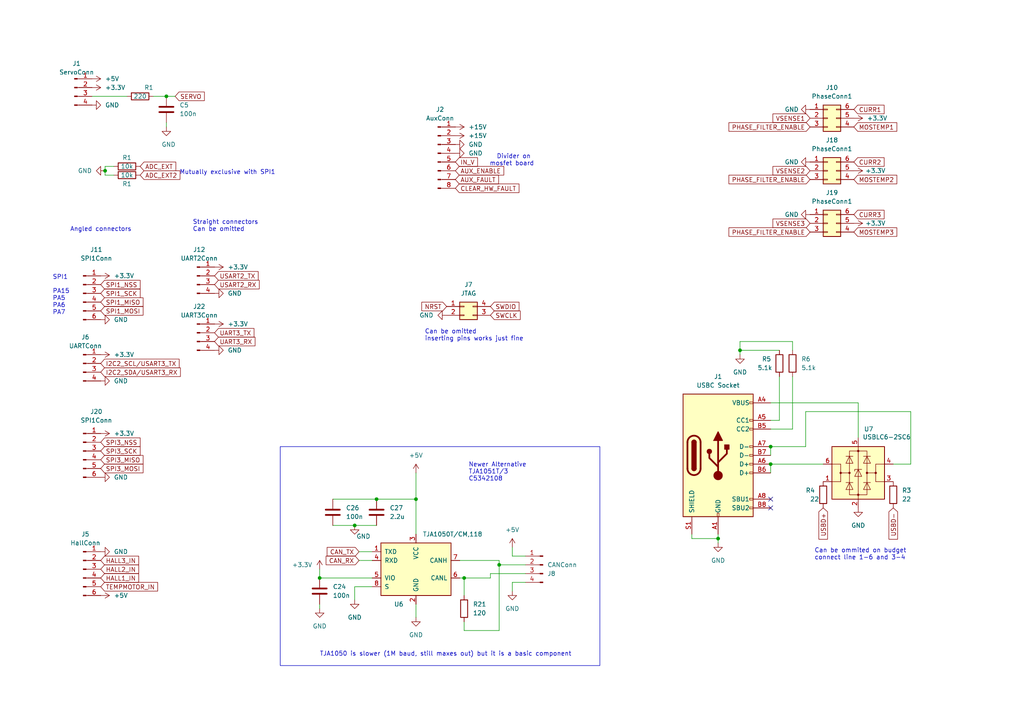
<source format=kicad_sch>
(kicad_sch (version 20230121) (generator eeschema)
  (paper "A4")
  (lib_symbols
    (symbol "Connector:Conn_01x04_Pin" (pin_names (offset 1.016) hide)
      (property "Reference" "J" (at 0 5.08 0))
      (property "Value" "Conn_01x04_Pin" (at 0 -7.62 0))
      (symbol "Conn_01x04_Pin_1_1"
        (polyline (pts (xy 1.27 -5.08) (xy 0.8636 -5.08)) (stroke (width 0.1524)))
        (polyline (pts (xy 1.27 -2.54) (xy 0.8636 -2.54)) (stroke (width 0.1524)))
        (polyline (pts (xy 1.27 0) (xy 0.8636 0)) (stroke (width 0.1524)))
        (polyline (pts (xy 1.27 2.54) (xy 0.8636 2.54)) (stroke (width 0.1524)))
        (rectangle (start 0.8636 -4.953) (end 0 -5.207) (stroke (width 0.1524)) (fill (type outline)))
        (rectangle (start 0.8636 -2.413) (end 0 -2.667) (stroke (width 0.1524)) (fill (type outline)))
        (rectangle (start 0.8636 0.127) (end 0 -0.127) (stroke (width 0.1524)) (fill (type outline)))
        (rectangle (start 0.8636 2.667) (end 0 2.413) (stroke (width 0.1524)) (fill (type outline)))
        (pin passive line (at 5.08 2.54 180) (length 3.81) (name "Pin_1") (number "1"))
        (pin passive line (at 5.08 0 180) (length 3.81) (name "Pin_2") (number "2"))
        (pin passive line (at 5.08 -2.54 180) (length 3.81) (name "Pin_3") (number "3"))
        (pin passive line (at 5.08 -5.08 180) (length 3.81) (name "Pin_4") (number "4"))
      )
    )
    (symbol "Connector:Conn_01x06_Pin" (pin_names (offset 1.016) hide)
      (property "Reference" "J" (at 0 7.62 0))
      (property "Value" "Conn_01x06_Pin" (at 0 -10.16 0))
      (symbol "Conn_01x06_Pin_1_1"
        (polyline (pts (xy 1.27 -7.62) (xy 0.8636 -7.62)) (stroke (width 0.1524)))
        (polyline (pts (xy 1.27 -5.08) (xy 0.8636 -5.08)) (stroke (width 0.1524)))
        (polyline (pts (xy 1.27 -2.54) (xy 0.8636 -2.54)) (stroke (width 0.1524)))
        (polyline (pts (xy 1.27 0) (xy 0.8636 0)) (stroke (width 0.1524)))
        (polyline (pts (xy 1.27 2.54) (xy 0.8636 2.54)) (stroke (width 0.1524)))
        (polyline (pts (xy 1.27 5.08) (xy 0.8636 5.08)) (stroke (width 0.1524)))
        (rectangle (start 0.8636 -7.493) (end 0 -7.747) (stroke (width 0.1524)) (fill (type outline)))
        (rectangle (start 0.8636 -4.953) (end 0 -5.207) (stroke (width 0.1524)) (fill (type outline)))
        (rectangle (start 0.8636 -2.413) (end 0 -2.667) (stroke (width 0.1524)) (fill (type outline)))
        (rectangle (start 0.8636 0.127) (end 0 -0.127) (stroke (width 0.1524)) (fill (type outline)))
        (rectangle (start 0.8636 2.667) (end 0 2.413) (stroke (width 0.1524)) (fill (type outline)))
        (rectangle (start 0.8636 5.207) (end 0 4.953) (stroke (width 0.1524)) (fill (type outline)))
        (pin passive line (at 5.08 5.08 180) (length 3.81) (name "Pin_1") (number "1"))
        (pin passive line (at 5.08 2.54 180) (length 3.81) (name "Pin_2") (number "2"))
        (pin passive line (at 5.08 0 180) (length 3.81) (name "Pin_3") (number "3"))
        (pin passive line (at 5.08 -2.54 180) (length 3.81) (name "Pin_4") (number "4"))
        (pin passive line (at 5.08 -5.08 180) (length 3.81) (name "Pin_5") (number "5"))
        (pin passive line (at 5.08 -7.62 180) (length 3.81) (name "Pin_6") (number "6"))
      )
    )
    (symbol "Connector:Conn_01x08_Pin" (pin_names (offset 1.016) hide)
      (property "Reference" "J" (at 0 10.16 0))
      (property "Value" "Conn_01x08_Pin" (at 0 -12.7 0))
      (symbol "Conn_01x08_Pin_1_1"
        (polyline (pts (xy 1.27 -10.16) (xy 0.8636 -10.16)) (stroke (width 0.1524)))
        (polyline (pts (xy 1.27 -7.62) (xy 0.8636 -7.62)) (stroke (width 0.1524)))
        (polyline (pts (xy 1.27 -5.08) (xy 0.8636 -5.08)) (stroke (width 0.1524)))
        (polyline (pts (xy 1.27 -2.54) (xy 0.8636 -2.54)) (stroke (width 0.1524)))
        (polyline (pts (xy 1.27 0) (xy 0.8636 0)) (stroke (width 0.1524)))
        (polyline (pts (xy 1.27 2.54) (xy 0.8636 2.54)) (stroke (width 0.1524)))
        (polyline (pts (xy 1.27 5.08) (xy 0.8636 5.08)) (stroke (width 0.1524)))
        (polyline (pts (xy 1.27 7.62) (xy 0.8636 7.62)) (stroke (width 0.1524)))
        (rectangle (start 0.8636 -10.033) (end 0 -10.287) (stroke (width 0.1524)) (fill (type outline)))
        (rectangle (start 0.8636 -7.493) (end 0 -7.747) (stroke (width 0.1524)) (fill (type outline)))
        (rectangle (start 0.8636 -4.953) (end 0 -5.207) (stroke (width 0.1524)) (fill (type outline)))
        (rectangle (start 0.8636 -2.413) (end 0 -2.667) (stroke (width 0.1524)) (fill (type outline)))
        (rectangle (start 0.8636 0.127) (end 0 -0.127) (stroke (width 0.1524)) (fill (type outline)))
        (rectangle (start 0.8636 2.667) (end 0 2.413) (stroke (width 0.1524)) (fill (type outline)))
        (rectangle (start 0.8636 5.207) (end 0 4.953) (stroke (width 0.1524)) (fill (type outline)))
        (rectangle (start 0.8636 7.747) (end 0 7.493) (stroke (width 0.1524)) (fill (type outline)))
        (pin passive line (at 5.08 7.62 180) (length 3.81) (name "Pin_1") (number "1"))
        (pin passive line (at 5.08 5.08 180) (length 3.81) (name "Pin_2") (number "2"))
        (pin passive line (at 5.08 2.54 180) (length 3.81) (name "Pin_3") (number "3"))
        (pin passive line (at 5.08 0 180) (length 3.81) (name "Pin_4") (number "4"))
        (pin passive line (at 5.08 -2.54 180) (length 3.81) (name "Pin_5") (number "5"))
        (pin passive line (at 5.08 -5.08 180) (length 3.81) (name "Pin_6") (number "6"))
        (pin passive line (at 5.08 -7.62 180) (length 3.81) (name "Pin_7") (number "7"))
        (pin passive line (at 5.08 -10.16 180) (length 3.81) (name "Pin_8") (number "8"))
      )
    )
    (symbol "Connector:USB_C_Receptacle_USB2.0" (pin_names (offset 1.016))
      (property "Reference" "J" (at -10.16 19.05 0))
      (property "Value" "USB_C_Receptacle_USB2.0" (at 19.05 19.05 0))
      (symbol "USB_C_Receptacle_USB2.0_0_0"
        (rectangle (start -0.254 -17.78) (end 0.254 -16.764))
        (rectangle (start 10.16 -14.986) (end 9.144 -15.494))
        (rectangle (start 10.16 -12.446) (end 9.144 -12.954))
        (rectangle (start 10.16 -4.826) (end 9.144 -5.334))
        (rectangle (start 10.16 -2.286) (end 9.144 -2.794))
        (rectangle (start 10.16 0.254) (end 9.144 -0.254))
        (rectangle (start 10.16 2.794) (end 9.144 2.286))
        (rectangle (start 10.16 7.874) (end 9.144 7.366))
        (rectangle (start 10.16 10.414) (end 9.144 9.906))
        (rectangle (start 10.16 15.494) (end 9.144 14.986))
      )
      (symbol "USB_C_Receptacle_USB2.0_0_1"
        (rectangle (start -10.16 17.78) (end 10.16 -17.78) (stroke (width 0.254)) (fill (type background)))
        (arc (start -8.89 -3.81) (mid -6.985 -5.7067) (end -5.08 -3.81) (stroke (width 0.508)))
        (arc (start -7.62 -3.81) (mid -6.985 -4.4423) (end -6.35 -3.81) (stroke (width 0.254)))
        (arc (start -7.62 -3.81) (mid -6.985 -4.4423) (end -6.35 -3.81) (stroke (width 0.254)) (fill (type outline)))
        (rectangle (start -7.62 -3.81) (end -6.35 3.81) (stroke (width 0.254)) (fill (type outline)))
        (arc (start -6.35 3.81) (mid -6.985 4.4423) (end -7.62 3.81) (stroke (width 0.254)))
        (arc (start -6.35 3.81) (mid -6.985 4.4423) (end -7.62 3.81) (stroke (width 0.254)) (fill (type outline)))
        (arc (start -5.08 3.81) (mid -6.985 5.7067) (end -8.89 3.81) (stroke (width 0.508)))
        (circle (center -2.54 1.143) (radius 0.635) (stroke (width 0.254)) (fill (type outline)))
        (circle (center 0 -5.842) (radius 1.27) (fill (type outline)))
        (polyline (pts (xy -8.89 -3.81) (xy -8.89 3.81)) (stroke (width 0.508)))
        (polyline (pts (xy -5.08 3.81) (xy -5.08 -3.81)) (stroke (width 0.508)))
        (polyline (pts (xy 0 -5.842) (xy 0 4.318)) (stroke (width 0.508)))
        (polyline (pts (xy 0 -3.302) (xy -2.54 -0.762) (xy -2.54 0.508)) (stroke (width 0.508)))
        (polyline (pts (xy 0 -2.032) (xy 2.54 0.508) (xy 2.54 1.778)) (stroke (width 0.508)))
        (polyline (pts (xy -1.27 4.318) (xy 0 6.858) (xy 1.27 4.318) (xy -1.27 4.318)) (stroke (width 0.254)) (fill (type outline)))
        (rectangle (start 1.905 1.778) (end 3.175 3.048) (stroke (width 0.254)) (fill (type outline)))
      )
      (symbol "USB_C_Receptacle_USB2.0_1_1"
        (pin passive line (at 0 -22.86 90) (length 5.08) (name "GND") (number "A1"))
        (pin passive line (at 0 -22.86 90) (length 5.08) hide (name "GND") (number "A12"))
        (pin passive line (at 15.24 15.24 180) (length 5.08) (name "VBUS") (number "A4"))
        (pin bidirectional line (at 15.24 10.16 180) (length 5.08) (name "CC1") (number "A5"))
        (pin bidirectional line (at 15.24 -2.54 180) (length 5.08) (name "D+") (number "A6"))
        (pin bidirectional line (at 15.24 2.54 180) (length 5.08) (name "D-") (number "A7"))
        (pin bidirectional line (at 15.24 -12.7 180) (length 5.08) (name "SBU1") (number "A8"))
        (pin passive line (at 15.24 15.24 180) (length 5.08) hide (name "VBUS") (number "A9"))
        (pin passive line (at 0 -22.86 90) (length 5.08) hide (name "GND") (number "B1"))
        (pin passive line (at 0 -22.86 90) (length 5.08) hide (name "GND") (number "B12"))
        (pin passive line (at 15.24 15.24 180) (length 5.08) hide (name "VBUS") (number "B4"))
        (pin bidirectional line (at 15.24 7.62 180) (length 5.08) (name "CC2") (number "B5"))
        (pin bidirectional line (at 15.24 -5.08 180) (length 5.08) (name "D+") (number "B6"))
        (pin bidirectional line (at 15.24 0 180) (length 5.08) (name "D-") (number "B7"))
        (pin bidirectional line (at 15.24 -15.24 180) (length 5.08) (name "SBU2") (number "B8"))
        (pin passive line (at 15.24 15.24 180) (length 5.08) hide (name "VBUS") (number "B9"))
        (pin passive line (at -7.62 -22.86 90) (length 5.08) (name "SHIELD") (number "S1"))
      )
    )
    (symbol "Connector_Generic:Conn_02x02_Counter_Clockwise" (pin_names (offset 1.016) hide)
      (property "Reference" "J" (at 1.27 2.54 0))
      (property "Value" "Conn_02x02_Counter_Clockwise" (at 1.27 -5.08 0))
      (symbol "Conn_02x02_Counter_Clockwise_1_1"
        (rectangle (start -1.27 -2.413) (end 0 -2.667) (stroke (width 0.1524)))
        (rectangle (start -1.27 0.127) (end 0 -0.127) (stroke (width 0.1524)))
        (rectangle (start -1.27 1.27) (end 3.81 -3.81) (stroke (width 0.254)) (fill (type background)))
        (rectangle (start 3.81 -2.413) (end 2.54 -2.667) (stroke (width 0.1524)))
        (rectangle (start 3.81 0.127) (end 2.54 -0.127) (stroke (width 0.1524)))
        (pin passive line (at -5.08 0 0) (length 3.81) (name "Pin_1") (number "1"))
        (pin passive line (at -5.08 -2.54 0) (length 3.81) (name "Pin_2") (number "2"))
        (pin passive line (at 7.62 -2.54 180) (length 3.81) (name "Pin_3") (number "3"))
        (pin passive line (at 7.62 0 180) (length 3.81) (name "Pin_4") (number "4"))
      )
    )
    (symbol "Connector_Generic:Conn_02x03_Counter_Clockwise" (pin_names (offset 1.016) hide)
      (property "Reference" "J" (at 1.27 5.08 0))
      (property "Value" "Conn_02x03_Counter_Clockwise" (at 1.27 -5.08 0))
      (symbol "Conn_02x03_Counter_Clockwise_1_1"
        (rectangle (start -1.27 -2.413) (end 0 -2.667) (stroke (width 0.1524)))
        (rectangle (start -1.27 0.127) (end 0 -0.127) (stroke (width 0.1524)))
        (rectangle (start -1.27 2.667) (end 0 2.413) (stroke (width 0.1524)))
        (rectangle (start -1.27 3.81) (end 3.81 -3.81) (stroke (width 0.254)) (fill (type background)))
        (rectangle (start 3.81 -2.413) (end 2.54 -2.667) (stroke (width 0.1524)))
        (rectangle (start 3.81 0.127) (end 2.54 -0.127) (stroke (width 0.1524)))
        (rectangle (start 3.81 2.667) (end 2.54 2.413) (stroke (width 0.1524)))
        (pin passive line (at -5.08 2.54 0) (length 3.81) (name "Pin_1") (number "1"))
        (pin passive line (at -5.08 0 0) (length 3.81) (name "Pin_2") (number "2"))
        (pin passive line (at -5.08 -2.54 0) (length 3.81) (name "Pin_3") (number "3"))
        (pin passive line (at 7.62 -2.54 180) (length 3.81) (name "Pin_4") (number "4"))
        (pin passive line (at 7.62 0 180) (length 3.81) (name "Pin_5") (number "5"))
        (pin passive line (at 7.62 2.54 180) (length 3.81) (name "Pin_6") (number "6"))
      )
    )
    (symbol "Device:C" (pin_numbers hide) (pin_names (offset 0.254))
      (property "Reference" "C" (at 0.635 2.54 0))
      (property "Value" "C" (at 0.635 -2.54 0))
      (symbol "C_0_1"
        (polyline (pts (xy -2.032 -0.762) (xy 2.032 -0.762)) (stroke (width 0.508)))
        (polyline (pts (xy -2.032 0.762) (xy 2.032 0.762)) (stroke (width 0.508)))
      )
      (symbol "C_1_1"
        (pin passive line (at 0 3.81 270) (length 2.794) (name "~") (number "1"))
        (pin passive line (at 0 -3.81 90) (length 2.794) (name "~") (number "2"))
      )
    )
    (symbol "Device:R" (pin_numbers hide) (pin_names (offset 0))
      (property "Reference" "R" (at 2.032 0 90))
      (property "Value" "R" (at 0 0 90))
      (symbol "R_0_1"
        (rectangle (start -1.016 -2.54) (end 1.016 2.54) (stroke (width 0.254)))
      )
      (symbol "R_1_1"
        (pin passive line (at 0 3.81 270) (length 1.27) (name "~") (number "1"))
        (pin passive line (at 0 -3.81 90) (length 1.27) (name "~") (number "2"))
      )
    )
    (symbol "Interface_CAN_LIN:TJA1051T-3" (pin_names (offset 1.016))
      (property "Reference" "U" (at -10.16 8.89 0))
      (property "Value" "TJA1051T-3" (at 1.27 8.89 0))
      (symbol "TJA1051T-3_0_1"
        (rectangle (start -10.16 7.62) (end 10.16 -7.62) (stroke (width 0.254)) (fill (type background)))
      )
      (symbol "TJA1051T-3_1_1"
        (pin input line (at -12.7 5.08 0) (length 2.54) (name "TXD") (number "1"))
        (pin power_in line (at 0 -10.16 90) (length 2.54) (name "GND") (number "2"))
        (pin power_in line (at 0 10.16 270) (length 2.54) (name "VCC") (number "3"))
        (pin output line (at -12.7 2.54 0) (length 2.54) (name "RXD") (number "4"))
        (pin power_in line (at -12.7 -2.54 0) (length 2.54) (name "VIO") (number "5"))
        (pin bidirectional line (at 12.7 -2.54 180) (length 2.54) (name "CANL") (number "6"))
        (pin bidirectional line (at 12.7 2.54 180) (length 2.54) (name "CANH") (number "7"))
        (pin input line (at -12.7 -5.08 0) (length 2.54) (name "S") (number "8"))
      )
    )
    (symbol "Power_Protection:USBLC6-2P6" (pin_names hide)
      (property "Reference" "U" (at 2.54 8.89 0))
      (property "Value" "USBLC6-2P6" (at 2.54 -8.89 0))
      (symbol "USBLC6-2P6_0_1"
        (rectangle (start -7.62 -7.62) (end 7.62 7.62) (stroke (width 0.254)) (fill (type background)))
        (circle (center -5.08 0) (radius 0.254) (fill (type outline)))
        (circle (center -2.54 0) (radius 0.254) (fill (type outline)))
        (rectangle (start -2.54 6.35) (end 2.54 -6.35))
        (circle (center 0 -6.35) (radius 0.254) (fill (type outline)))
        (polyline (pts (xy -5.08 -2.54) (xy -7.62 -2.54)))
        (polyline (pts (xy -5.08 0) (xy -5.08 -2.54)))
        (polyline (pts (xy -5.08 2.54) (xy -7.62 2.54)))
        (polyline (pts (xy -1.524 -2.794) (xy -3.556 -2.794)))
        (polyline (pts (xy -1.524 4.826) (xy -3.556 4.826)))
        (polyline (pts (xy 0 -7.62) (xy 0 -6.35)))
        (polyline (pts (xy 0 -6.35) (xy 0 1.27)))
        (polyline (pts (xy 0 1.27) (xy 0 6.35)))
        (polyline (pts (xy 0 6.35) (xy 0 7.62)))
        (polyline (pts (xy 1.524 -2.794) (xy 3.556 -2.794)))
        (polyline (pts (xy 1.524 4.826) (xy 3.556 4.826)))
        (polyline (pts (xy 5.08 -2.54) (xy 7.62 -2.54)))
        (polyline (pts (xy 5.08 0) (xy 5.08 -2.54)))
        (polyline (pts (xy 5.08 2.54) (xy 7.62 2.54)))
        (polyline (pts (xy -2.54 0) (xy -5.08 0) (xy -5.08 2.54)))
        (polyline (pts (xy 2.54 0) (xy 5.08 0) (xy 5.08 2.54)))
        (polyline (pts (xy -3.556 -4.826) (xy -1.524 -4.826) (xy -2.54 -2.794) (xy -3.556 -4.826)))
        (polyline (pts (xy -3.556 2.794) (xy -1.524 2.794) (xy -2.54 4.826) (xy -3.556 2.794)))
        (polyline (pts (xy -1.016 -1.016) (xy 1.016 -1.016) (xy 0 1.016) (xy -1.016 -1.016)))
        (polyline (pts (xy 1.016 1.016) (xy 0.762 1.016) (xy -1.016 1.016) (xy -1.016 0.508)))
        (polyline (pts (xy 3.556 -4.826) (xy 1.524 -4.826) (xy 2.54 -2.794) (xy 3.556 -4.826)))
        (polyline (pts (xy 3.556 2.794) (xy 1.524 2.794) (xy 2.54 4.826) (xy 3.556 2.794)))
        (circle (center 0 6.35) (radius 0.254) (fill (type outline)))
        (circle (center 2.54 0) (radius 0.254) (fill (type outline)))
        (circle (center 5.08 0) (radius 0.254) (fill (type outline)))
      )
      (symbol "USBLC6-2P6_1_1"
        (pin passive line (at -10.16 -2.54 0) (length 2.54) (name "I/O1") (number "1"))
        (pin passive line (at 0 -10.16 90) (length 2.54) (name "GND") (number "2"))
        (pin passive line (at 10.16 -2.54 180) (length 2.54) (name "I/O2") (number "3"))
        (pin passive line (at 10.16 2.54 180) (length 2.54) (name "I/O2") (number "4"))
        (pin passive line (at 0 10.16 270) (length 2.54) (name "VBUS") (number "5"))
        (pin passive line (at -10.16 2.54 0) (length 2.54) (name "I/O1") (number "6"))
      )
    )
    (symbol "power:+15V" (power) (pin_names (offset 0))
      (property "Value" "+15V" (at 0 3.556 0))
      (symbol "+15V_0_1"
        (polyline (pts (xy -0.762 1.27) (xy 0 2.54)))
        (polyline (pts (xy 0 0) (xy 0 2.54)))
        (polyline (pts (xy 0 2.54) (xy 0.762 1.27)))
      )
      (symbol "+15V_1_1"
        (pin power_in line (at 0 0 90) (length 0) hide (name "+15V") (number "1"))
      )
    )
    (symbol "power:+3.3V" (power) (pin_names (offset 0))
      (property "Value" "+3.3V" (at 0 3.556 0))
      (symbol "+3.3V_0_1"
        (polyline (pts (xy -0.762 1.27) (xy 0 2.54)))
        (polyline (pts (xy 0 0) (xy 0 2.54)))
        (polyline (pts (xy 0 2.54) (xy 0.762 1.27)))
      )
      (symbol "+3.3V_1_1"
        (pin power_in line (at 0 0 90) (length 0) hide (name "+3.3V") (number "1"))
      )
    )
    (symbol "power:+5V" (power) (pin_names (offset 0))
      (property "Value" "+5V" (at 0 3.556 0))
      (symbol "+5V_0_1"
        (polyline (pts (xy -0.762 1.27) (xy 0 2.54)))
        (polyline (pts (xy 0 0) (xy 0 2.54)))
        (polyline (pts (xy 0 2.54) (xy 0.762 1.27)))
      )
      (symbol "+5V_1_1"
        (pin power_in line (at 0 0 90) (length 0) hide (name "+5V") (number "1"))
      )
    )
    (symbol "power:GND" (power) (pin_names (offset 0))
      (property "Value" "GND" (at 0 -3.81 0))
      (symbol "GND_0_1"
        (polyline (pts (xy 0 0) (xy 0 -1.27) (xy 1.27 -1.27) (xy 0 -2.54) (xy -1.27 -1.27) (xy 0 -1.27)))
      )
      (symbol "GND_1_1"
        (pin power_in line (at 0 0 270) (length 0) hide (name "GND") (number "1"))
      )
    )
  )
  (junction (at 92.71 167.64))
  (junction (at 30.48 49.53))
  (junction (at 102.87 152.4))
  (junction (at 223.52 129.54))
  (junction (at 120.65 144.78))
  (junction (at 134.62 167.64))
  (junction (at 208.28 156.21))
  (junction (at 214.63 101.6))
  (junction (at 48.26 27.94))
  (junction (at 109.22 144.78))
  (junction (at 144.78 163.83))
  (junction (at 223.52 134.62))
  (no_connect (at 223.52 147.32))
  (no_connect (at 223.52 144.78))
  (wire (pts (xy 48.26 27.94) (xy 50.8 27.94)))
  (wire (pts (xy 120.65 137.16) (xy 120.65 144.78)))
  (wire (pts (xy 208.28 156.21) (xy 208.28 157.48)))
  (wire (pts (xy 92.71 165.1) (xy 92.71 167.64)))
  (wire (pts (xy 134.62 167.64) (xy 142.24 167.64)))
  (wire (pts (xy 233.68 119.38) (xy 233.68 129.54)))
  (wire (pts (xy 134.62 182.88) (xy 144.78 182.88)))
  (wire (pts (xy 229.87 99.06) (xy 214.63 99.06)))
  (wire (pts (xy 120.65 175.26) (xy 120.65 179.07)))
  (wire (pts (xy 248.92 116.84) (xy 223.52 116.84)))
  (wire (pts (xy 120.65 144.78) (xy 120.65 154.94)))
  (wire (pts (xy 229.87 101.6) (xy 229.87 99.06)))
  (wire (pts (xy 223.52 124.46) (xy 229.87 124.46)))
  (wire (pts (xy 133.35 167.64) (xy 134.62 167.64)))
  (wire (pts (xy 259.08 134.62) (xy 264.16 134.62)))
  (wire (pts (xy 223.52 121.92) (xy 226.06 121.92)))
  (wire (pts (xy 134.62 167.64) (xy 134.62 172.72)))
  (wire (pts (xy 30.48 48.26) (xy 30.48 49.53)))
  (wire (pts (xy 142.24 166.37) (xy 142.24 167.64)))
  (wire (pts (xy 214.63 99.06) (xy 214.63 101.6)))
  (wire (pts (xy 223.52 134.62) (xy 223.52 137.16)))
  (wire (pts (xy 229.87 124.46) (xy 229.87 109.22)))
  (wire (pts (xy 152.4 166.37) (xy 142.24 166.37)))
  (wire (pts (xy 152.4 161.29) (xy 148.59 161.29)))
  (wire (pts (xy 248.92 127) (xy 248.92 116.84)))
  (wire (pts (xy 144.78 162.56) (xy 144.78 163.83)))
  (wire (pts (xy 104.14 162.56) (xy 107.95 162.56)))
  (wire (pts (xy 152.4 168.91) (xy 148.59 168.91)))
  (wire (pts (xy 223.52 129.54) (xy 223.52 132.08)))
  (wire (pts (xy 109.22 144.78) (xy 120.65 144.78)))
  (wire (pts (xy 133.35 162.56) (xy 144.78 162.56)))
  (wire (pts (xy 33.02 48.26) (xy 30.48 48.26)))
  (wire (pts (xy 92.71 175.26) (xy 92.71 176.53)))
  (wire (pts (xy 200.66 156.21) (xy 208.28 156.21)))
  (wire (pts (xy 96.52 144.78) (xy 109.22 144.78)))
  (wire (pts (xy 233.68 129.54) (xy 223.52 129.54)))
  (wire (pts (xy 264.16 119.38) (xy 233.68 119.38)))
  (wire (pts (xy 104.14 160.02) (xy 107.95 160.02)))
  (wire (pts (xy 107.95 170.18) (xy 102.87 170.18)))
  (wire (pts (xy 144.78 163.83) (xy 152.4 163.83)))
  (wire (pts (xy 48.26 35.56) (xy 48.26 36.83)))
  (wire (pts (xy 148.59 161.29) (xy 148.59 158.75)))
  (wire (pts (xy 26.67 27.94) (xy 36.83 27.94)))
  (wire (pts (xy 134.62 180.34) (xy 134.62 182.88)))
  (wire (pts (xy 226.06 101.6) (xy 214.63 101.6)))
  (wire (pts (xy 96.52 152.4) (xy 102.87 152.4)))
  (wire (pts (xy 30.48 50.8) (xy 30.48 49.53)))
  (wire (pts (xy 226.06 121.92) (xy 226.06 109.22)))
  (wire (pts (xy 200.66 154.94) (xy 200.66 156.21)))
  (wire (pts (xy 33.02 50.8) (xy 30.48 50.8)))
  (wire (pts (xy 144.78 163.83) (xy 144.78 182.88)))
  (wire (pts (xy 223.52 134.62) (xy 238.76 134.62)))
  (wire (pts (xy 102.87 152.4) (xy 109.22 152.4)))
  (wire (pts (xy 214.63 101.6) (xy 214.63 102.87)))
  (wire (pts (xy 44.45 27.94) (xy 48.26 27.94)))
  (wire (pts (xy 102.87 170.18) (xy 102.87 173.99)))
  (wire (pts (xy 264.16 119.38) (xy 264.16 134.62)))
  (wire (pts (xy 148.59 168.91) (xy 148.59 171.45)))
  (wire (pts (xy 92.71 167.64) (xy 107.95 167.64)))
  (wire (pts (xy 208.28 154.94) (xy 208.28 156.21)))
  (rectangle (start 81.28 129.54) (end 173.99 193.04))
  (text "Can be omitted\ninserting pins works just fine" (at 123.19 99.06 0) (effects (font (size 1.27 1.27)) (justify left bottom)))
  (text "TJA1050 is slower (1M baud, still maxes out) but it is a basic component" (at 92.71 190.5 0) (effects (font (size 1.27 1.27)) (justify left bottom)))
  (text "Angled connectors" (at 20.32 67.31 0) (effects (font (size 1.27 1.27)) (justify left bottom)))
  (text "Divider on \nmosfet board" (at 154.94 48.26 0) (effects (font (size 1.27 1.27)) (justify right bottom)))
  (text "SPI1\n\nPA15\nPA5\nPA6\nPA7" (at 15.24 91.44 0) (effects (font (size 1.27 1.27)) (justify left bottom)))
  (text "Mutually exclusive with SPI1" (at 52.07 50.8 0) (effects (font (size 1.27 1.27)) (justify left bottom)))
  (text "Can be ommited on budget\nconnect line 1-6 and 3-4" (at 236.22 162.56 0) (effects (font (size 1.27 1.27)) (justify left bottom)))
  (text "Newer Alternative\nTJA1051T/3\nC5342108" (at 135.89 139.7 0) (effects (font (size 1.27 1.27)) (justify left bottom)))
  (text "Straight connectors\nCan be omitted" (at 55.88 67.31 0) (effects (font (size 1.27 1.27)) (justify left bottom)))
  (global_label "USART2_TX" (shape input) (at 62.23 80.01 0) (property "Intersheetrefs" "${INTERSHEET_REFS}" (effects hide)))
  (global_label "I2C2_SCL{slash}USART3_TX" (shape input) (at 29.21 105.41 0) (property "Intersheetrefs" "${INTERSHEET_REFS}" (effects hide)))
  (global_label "SPI3_NSS" (shape input) (at 29.21 128.27 0) (property "Intersheetrefs" "${INTERSHEET_REFS}" (effects hide)))
  (global_label "TEMPMOTOR_IN" (shape input) (at 29.21 170.18 0) (property "Intersheetrefs" "${INTERSHEET_REFS}" (effects hide)))
  (global_label "SPI1_SCK" (shape input) (at 29.21 85.09 0) (property "Intersheetrefs" "${INTERSHEET_REFS}" (effects hide)))
  (global_label "SPI1_MISO" (shape input) (at 29.21 87.63 0) (property "Intersheetrefs" "${INTERSHEET_REFS}" (effects hide)))
  (global_label "MOSTEMP2" (shape input) (at 247.65 52.07 0) (property "Intersheetrefs" "${INTERSHEET_REFS}" (effects hide)))
  (global_label "USART2_RX" (shape input) (at 62.23 82.55 0) (property "Intersheetrefs" "${INTERSHEET_REFS}" (effects hide)))
  (global_label "ADC_EXT" (shape input) (at 40.64 48.26 0) (property "Intersheetrefs" "${INTERSHEET_REFS}" (effects hide)))
  (global_label "PHASE_FILTER_ENABLE" (shape input) (at 234.95 36.83 180) (property "Intersheetrefs" "${INTERSHEET_REFS}" (effects hide)))
  (global_label "SPI1_NSS" (shape input) (at 29.21 82.55 0) (property "Intersheetrefs" "${INTERSHEET_REFS}" (effects hide)))
  (global_label "CURR2" (shape input) (at 247.65 46.99 0) (property "Intersheetrefs" "${INTERSHEET_REFS}" (effects hide)))
  (global_label "SPI3_MOSI" (shape input) (at 29.21 135.89 0) (property "Intersheetrefs" "${INTERSHEET_REFS}" (effects hide)))
  (global_label "UART3_TX" (shape input) (at 62.23 96.52 0) (property "Intersheetrefs" "${INTERSHEET_REFS}" (effects hide)))
  (global_label "NRST" (shape input) (at 129.54 88.9 180) (property "Intersheetrefs" "${INTERSHEET_REFS}" (effects hide)))
  (global_label "AUX_FAULT" (shape input) (at 132.08 52.07 0) (property "Intersheetrefs" "${INTERSHEET_REFS}" (effects hide)))
  (global_label "CURR3" (shape input) (at 247.65 62.23 0) (property "Intersheetrefs" "${INTERSHEET_REFS}" (effects hide)))
  (global_label "CURR1" (shape input) (at 247.65 31.75 0) (property "Intersheetrefs" "${INTERSHEET_REFS}" (effects hide)))
  (global_label "MOSTEMP1" (shape input) (at 247.65 36.83 0) (property "Intersheetrefs" "${INTERSHEET_REFS}" (effects hide)))
  (global_label "USBD-" (shape input) (at 259.08 147.32 270) (property "Intersheetrefs" "${INTERSHEET_REFS}" (effects hide)))
  (global_label "SWCLK" (shape input) (at 142.24 91.44 0) (property "Intersheetrefs" "${INTERSHEET_REFS}" (effects hide)))
  (global_label "HALL3_IN" (shape input) (at 29.21 162.56 0) (property "Intersheetrefs" "${INTERSHEET_REFS}" (effects hide)))
  (global_label "CAN_TX" (shape input) (at 104.14 160.02 180) (property "Intersheetrefs" "${INTERSHEET_REFS}" (effects hide)))
  (global_label "CAN_RX" (shape input) (at 104.14 162.56 180) (property "Intersheetrefs" "${INTERSHEET_REFS}" (effects hide)))
  (global_label "ADC_EXT2" (shape input) (at 40.64 50.8 0) (property "Intersheetrefs" "${INTERSHEET_REFS}" (effects hide)))
  (global_label "CLEAR_HW_FAULT" (shape input) (at 132.08 54.61 0) (property "Intersheetrefs" "${INTERSHEET_REFS}" (effects hide)))
  (global_label "PHASE_FILTER_ENABLE" (shape input) (at 234.95 52.07 180) (property "Intersheetrefs" "${INTERSHEET_REFS}" (effects hide)))
  (global_label "IN_V" (shape input) (at 132.08 46.99 0) (property "Intersheetrefs" "${INTERSHEET_REFS}" (effects hide)))
  (global_label "MOSTEMP3" (shape input) (at 247.65 67.31 0) (property "Intersheetrefs" "${INTERSHEET_REFS}" (effects hide)))
  (global_label "HALL2_IN" (shape input) (at 29.21 165.1 0) (property "Intersheetrefs" "${INTERSHEET_REFS}" (effects hide)))
  (global_label "SPI1_MOSI" (shape input) (at 29.21 90.17 0) (property "Intersheetrefs" "${INTERSHEET_REFS}" (effects hide)))
  (global_label "VSENSE1" (shape input) (at 234.95 34.29 180) (property "Intersheetrefs" "${INTERSHEET_REFS}" (effects hide)))
  (global_label "VSENSE2" (shape input) (at 234.95 49.53 180) (property "Intersheetrefs" "${INTERSHEET_REFS}" (effects hide)))
  (global_label "HALL1_IN" (shape input) (at 29.21 167.64 0) (property "Intersheetrefs" "${INTERSHEET_REFS}" (effects hide)))
  (global_label "UART3_RX" (shape input) (at 62.23 99.06 0) (property "Intersheetrefs" "${INTERSHEET_REFS}" (effects hide)))
  (global_label "SPI3_MISO" (shape input) (at 29.21 133.35 0) (property "Intersheetrefs" "${INTERSHEET_REFS}" (effects hide)))
  (global_label "I2C2_SDA{slash}USART3_RX" (shape input) (at 29.21 107.95 0) (property "Intersheetrefs" "${INTERSHEET_REFS}" (effects hide)))
  (global_label "SWDIO" (shape input) (at 142.24 88.9 0) (property "Intersheetrefs" "${INTERSHEET_REFS}" (effects hide)))
  (global_label "USBD+" (shape input) (at 238.76 147.32 270) (property "Intersheetrefs" "${INTERSHEET_REFS}" (effects hide)))
  (global_label "SERVO" (shape input) (at 50.8 27.94 0) (property "Intersheetrefs" "${INTERSHEET_REFS}" (effects hide)))
  (global_label "VSENSE3" (shape input) (at 234.95 64.77 180) (property "Intersheetrefs" "${INTERSHEET_REFS}" (effects hide)))
  (global_label "PHASE_FILTER_ENABLE" (shape input) (at 234.95 67.31 180) (property "Intersheetrefs" "${INTERSHEET_REFS}" (effects hide)))
  (global_label "AUX_ENABLE" (shape input) (at 132.08 49.53 0) (property "Intersheetrefs" "${INTERSHEET_REFS}" (effects hide)))
  (global_label "SPI3_SCK" (shape input) (at 29.21 130.81 0) (property "Intersheetrefs" "${INTERSHEET_REFS}" (effects hide)))
  (symbol (lib_id "power:+5V") (at 120.65 137.16 0) (unit 1)
    (property "Reference" "#PWR053" (effects hide))
    (property "Value" "+5V" (at 120.65 132.08 0))
  )
  (symbol (lib_id "power:GND") (at 102.87 173.99 0) (unit 1)
    (property "Reference" "#PWR010" (effects hide))
    (property "Value" "GND" (at 102.87 179.07 0))
    (instances (project "DevKit" (path "" (reference "#PWR010") (unit 1)) (path "" (reference "#PWR052") (unit 1))))
  )
  (symbol (lib_id "Connector:Conn_01x04_Pin") (at 57.15 80.01 0) (unit 1)
    (property "Reference" "J12" (at 57.785 72.39 0))
    (property "Value" "UART2Conn" (at 57.785 74.93 0))
    (property "Footprint" "Connector_JST:JST_PH_B4B-PH-K_1x04_P2.00mm_Vertical" (effects hide))
    (property "MPN" "C131334" (effects hide))
    (property "JLCPosOffset" "-3,0" (effects hide))
    (property "JLCRotOffset" "180" (effects hide))
  )
  (symbol (lib_id "power:+3.3V") (at 92.71 165.1 0) (unit 1)
    (property "Reference" "#PWR06" (effects hide))
    (property "Value" "+3.3V" (at 87.63 163.83 0))
    (instances (project "DevKit" (path "" (reference "#PWR06") (unit 1)) (path "" (reference "#PWR047") (unit 1))))
  )
  (symbol (lib_id "Device:R") (at 36.83 50.8 270) (unit 1)
    (property "Reference" "R1" (at 36.83 53.34 90))
    (property "Value" "10k" (at 36.83 50.8 90))
    (property "Footprint" "Resistor_SMD:R_0603_1608Metric" (effects hide))
    (property "MPN" "C25804" (effects hide))
    (instances (project "DevKit" (path "" (reference "R1") (unit 1)) (path "" (reference "R15") (unit 1))))
  )
  (symbol (lib_id "power:+3.3V") (at 29.21 102.87 270) (unit 1)
    (property "Reference" "#PWR03" (effects hide))
    (property "Value" "+3.3V" (at 33.02 102.87 90) (effects (justify left)))
    (instances (project "DevKit" (path "" (reference "#PWR03") (unit 1)) (path "" (reference "#PWR0103") (unit 1))))
  )
  (symbol (lib_id "Connector:Conn_01x06_Pin") (at 24.13 130.81 0) (unit 1)
    (property "Reference" "J20" (at 27.94 119.38 0))
    (property "Value" "SPI1Conn" (at 27.94 121.92 0))
    (property "Footprint" "Connector_JST:JST_PH_S6B-PH-K_1x06_P2.00mm_Horizontal" (effects hide))
    (property "MPN" "C157920" (effects hide))
    (property "JLCPosOffset" "5,0" (effects hide))
    (property "JLCRotOffset" "0" (effects hide))
  )
  (symbol (lib_id "power:GND") (at 48.26 36.83 0) (unit 1)
    (property "Reference" "#PWR08" (effects hide))
    (property "Value" "GND" (at 48.895 41.91 0))
    (instances (project "DevKit" (path "" (reference "#PWR08") (unit 1)) (path "" (reference "#PWR045") (unit 1))))
  )
  (symbol (lib_id "Device:C") (at 48.26 31.75 0) (unit 1)
    (property "Reference" "C5" (at 52.07 30.48 0) (effects (justify left)))
    (property "Value" "100n" (at 52.07 33.02 0) (effects (justify left)))
    (property "Footprint" "GigaVescLibs:C_0603_1608Metric_L" (effects hide))
    (property "MPN" "C14663" (effects hide))
    (instances (project "DevKit" (path "" (reference "C5") (unit 1)) (path "" (reference "C23") (unit 1))))
  )
  (symbol (lib_id "power:GND") (at 29.21 138.43 90) (unit 1)
    (property "Reference" "#PWR08" (effects hide))
    (property "Value" "GND" (at 33.02 138.43 90) (effects (justify right)))
    (instances (project "DevKit" (path "" (reference "#PWR08") (unit 1)) (path "" (reference "#PWR0138") (unit 1))))
  )
  (symbol (lib_id "power:+5V") (at 26.67 22.86 270) (unit 1)
    (property "Reference" "#PWR036" (effects hide))
    (property "Value" "+5V" (at 30.48 22.86 90) (effects (justify left)))
  )
  (symbol (lib_id "Connector:USB_C_Receptacle_USB2.0") (at 208.28 132.08 0) (unit 1)
    (property "Reference" "J1" (at 208.28 109.22 0))
    (property "Value" "USBC Socket" (at 208.28 111.76 0))
    (property "Footprint" "Connector_USB:USB_C_Receptacle_GCT_USB4105-xx-A_16P_TopMnt_Horizontal" (effects hide))
    (property "Datasheet" "https://www.usb.org/sites/default/files/documents/usb_type-c.zip" (effects hide))
    (property "MPN" "C2765186" (effects hide))
    (property "JLCPosOffset" "0,1.27" (effects hide))
    (instances (project "DevKit" (path "" (reference "J1") (unit 1)) (path "" (reference "J9") (unit 1))))
  )
  (symbol (lib_id "Device:R") (at 40.64 27.94 90) (unit 1)
    (property "Reference" "R1" (at 43.18 25.4 90))
    (property "Value" "220" (at 40.64 27.94 90))
    (property "Footprint" "Resistor_SMD:R_0603_1608Metric" (effects hide))
    (property "MPN" "C22962" (effects hide))
    (instances (project "DevKit" (path "" (reference "R1") (unit 1)) (path "" (reference "R13") (unit 1))))
  )
  (symbol (lib_id "power:GND") (at 120.65 179.07 0) (unit 1)
    (property "Reference" "#PWR010" (effects hide))
    (property "Value" "GND" (at 120.65 184.15 0))
    (instances (project "DevKit" (path "" (reference "#PWR010") (unit 1)) (path "" (reference "#PWR054") (unit 1))))
  )
  (symbol (lib_id "power:GND") (at 29.21 110.49 90) (unit 1)
    (property "Reference" "#PWR08" (effects hide))
    (property "Value" "GND" (at 33.02 110.49 90) (effects (justify right)))
    (instances (project "DevKit" (path "" (reference "#PWR08") (unit 1)) (path "" (reference "#PWR0102") (unit 1))))
  )
  (symbol (lib_id "power:+3.3V") (at 29.21 80.01 270) (unit 1)
    (property "Reference" "#PWR03" (effects hide))
    (property "Value" "+3.3V" (at 33.02 80.01 90) (effects (justify left)))
    (instances (project "DevKit" (path "" (reference "#PWR03") (unit 1)) (path "" (reference "#PWR038") (unit 1))))
  )
  (symbol (lib_id "Device:R") (at 229.87 105.41 0) (unit 1)
    (property "Reference" "R6" (at 232.41 104.14 0) (effects (justify left)))
    (property "Value" "5.1k" (at 232.41 106.68 0) (effects (justify left)))
    (property "Footprint" "Resistor_SMD:R_0603_1608Metric" (effects hide))
    (property "MPN" "C23186" (effects hide))
    (instances (project "DevKit" (path "" (reference "R6") (unit 1)) (path "" (reference "R23") (unit 1))))
  )
  (symbol (lib_id "power:GND") (at 92.71 176.53 0) (unit 1)
    (property "Reference" "#PWR010" (effects hide))
    (property "Value" "GND" (at 92.71 181.61 0))
    (instances (project "DevKit" (path "" (reference "#PWR010") (unit 1)) (path "" (reference "#PWR048") (unit 1))))
  )
  (symbol (lib_id "power:GND") (at 132.08 41.91 90) (unit 1)
    (property "Reference" "#PWR011" (effects hide))
    (property "Value" "GND" (at 135.89 41.91 90) (effects (justify right)))
    (instances (project "DevKit" (path "" (reference "#PWR011") (unit 1)) (path "" (reference "#PWR062") (unit 1))))
  )
  (symbol (lib_id "power:+5V") (at 29.21 172.72 270) (unit 1)
    (property "Reference" "#PWR050" (effects hide))
    (property "Value" "+5V" (at 33.02 172.72 90) (effects (justify left)))
  )
  (symbol (lib_id "power:GND") (at 208.28 157.48 0) (unit 1)
    (property "Reference" "#PWR010" (effects hide))
    (property "Value" "GND" (at 208.28 162.56 0))
    (instances (project "DevKit" (path "" (reference "#PWR010") (unit 1)) (path "" (reference "#PWR063") (unit 1))))
  )
  (symbol (lib_id "Device:C") (at 96.52 148.59 0) (unit 1)
    (property "Reference" "C26" (at 100.33 147.32 0) (effects (justify left)))
    (property "Value" "100n" (at 100.33 149.86 0) (effects (justify left)))
    (property "Footprint" "GigaVescLibs:C_0603_1608Metric_L" (effects hide))
    (property "MPN" "C14663" (effects hide))
  )
  (symbol (lib_id "Device:R") (at 36.83 48.26 90) (unit 1)
    (property "Reference" "R1" (at 36.83 45.72 90))
    (property "Value" "10k" (at 36.83 48.26 90))
    (property "Footprint" "Resistor_SMD:R_0603_1608Metric" (effects hide))
    (property "MPN" "C25804" (effects hide))
    (instances (project "DevKit" (path "" (reference "R1") (unit 1)) (path "" (reference "R14") (unit 1))))
  )
  (symbol (lib_id "power:+15V") (at 132.08 39.37 270) (mirror x) (unit 1)
    (property "Reference" "#PWR056" (effects hide))
    (property "Value" "+15V" (at 135.89 39.37 90) (effects (justify left)))
  )
  (symbol (lib_id "power:GND") (at 234.95 46.99 270) (unit 1)
    (property "Reference" "#PWR056" (effects hide))
    (property "Value" "GND" (at 229.616 46.99 90))
    (instances (project "GigaVescDrivers" (path "" (reference "#PWR056") (unit 1))) (project "DevKit" (path "" (reference "#PWR0118") (unit 1))))
  )
  (symbol (lib_id "Device:C") (at 92.71 171.45 0) (unit 1)
    (property "Reference" "C24" (at 96.52 170.18 0) (effects (justify left)))
    (property "Value" "100n" (at 96.52 172.72 0) (effects (justify left)))
    (property "Footprint" "GigaVescLibs:C_0603_1608Metric_L" (effects hide))
    (property "MPN" "C14663" (effects hide))
  )
  (symbol (lib_id "Device:R") (at 259.08 143.51 0) (unit 1)
    (property "Reference" "R3" (at 261.62 142.24 0) (effects (justify left)))
    (property "Value" "22" (at 261.62 144.78 0) (effects (justify left)))
    (property "Footprint" "Resistor_SMD:R_0603_1608Metric" (effects hide))
    (property "MPN" "C23345" (effects hide))
    (instances (project "DevKit" (path "" (reference "R3") (unit 1)) (path "" (reference "R25") (unit 1))))
  )
  (symbol (lib_id "power:GND") (at 26.67 30.48 90) (unit 1)
    (property "Reference" "#PWR08" (effects hide))
    (property "Value" "GND" (at 30.48 30.48 90) (effects (justify right)))
    (instances (project "DevKit" (path "" (reference "#PWR08") (unit 1)) (path "" (reference "#PWR035") (unit 1))))
  )
  (symbol (lib_id "power:GND") (at 129.54 91.44 270) (unit 1)
    (property "Reference" "#PWR07" (effects hide))
    (property "Value" "GND" (at 125.73 91.44 90) (effects (justify right)))
    (instances (project "DevKit" (path "" (reference "#PWR07") (unit 1)) (path "" (reference "#PWR042") (unit 1))))
  )
  (symbol (lib_id "Connector_Generic:Conn_02x02_Counter_Clockwise") (at 134.62 88.9 0) (unit 1)
    (property "Reference" "J7" (at 135.89 82.55 0))
    (property "Value" "JTAG" (at 135.89 85.09 0))
    (property "Footprint" "Connector_PinHeader_2.54mm:PinHeader_2x02_P2.54mm_Vertical" (effects hide))
    (property "MPN" "C2685136" (effects hide))
    (property "JLCRotOffset" "-90" (effects hide))
    (property "JLCPosOffset" "1.27,1.27" (effects hide))
  )
  (symbol (lib_id "power:+3.3V") (at 247.65 34.29 270) (unit 1)
    (property "Reference" "#PWR054" (effects hide))
    (property "Value" "+3.3V" (at 251.46 34.29 90) (effects (justify left)))
    (instances (project "GigaVescDrivers" (path "" (reference "#PWR054") (unit 1))) (project "DevKit" (path "" (reference "#PWR0115") (unit 1))))
  )
  (symbol (lib_id "Interface_CAN_LIN:TJA1051T-3") (at 120.65 165.1 0) (unit 1)
    (property "Reference" "U6" (at 114.3 175.26 0) (effects (justify left)))
    (property "Value" "TJA1050T/CM,118" (at 122.6059 154.94 0) (effects (justify left)))
    (property "Footprint" "Package_SO:SOP-8_3.9x4.9mm_P1.27mm" (effects hide))
    (property "Datasheet" "http://www.nxp.com/documents/data_sheet/TJA1051.pdf" (effects hide))
    (property "MPN" "C6952" (effects hide))
    (property "JLCRotOffset" "-90" (effects hide))
  )
  (symbol (lib_id "power:GND") (at 102.87 152.4 0) (unit 1)
    (property "Reference" "#PWR010" (effects hide))
    (property "Value" "GND" (at 105.41 155.575 0))
    (instances (project "DevKit" (path "" (reference "#PWR010") (unit 1)) (path "" (reference "#PWR037") (unit 1))))
  )
  (symbol (lib_id "power:+15V") (at 132.08 36.83 270) (mirror x) (unit 1)
    (property "Reference" "#PWR083" (effects hide))
    (property "Value" "+15V" (at 135.89 36.83 90) (effects (justify left)))
  )
  (symbol (lib_id "power:GND") (at 248.92 147.32 0) (unit 1)
    (property "Reference" "#PWR09" (effects hide))
    (property "Value" "GND" (at 248.92 152.4 0))
    (instances (project "DevKit" (path "" (reference "#PWR09") (unit 1)) (path "" (reference "#PWR065") (unit 1))))
  )
  (symbol (lib_id "power:GND") (at 234.95 31.75 270) (unit 1)
    (property "Reference" "#PWR065" (effects hide))
    (property "Value" "GND" (at 229.616 31.75 90))
    (instances (project "GigaVescDrivers" (path "" (reference "#PWR065") (unit 1))) (project "DevKit" (path "" (reference "#PWR0116") (unit 1))))
  )
  (symbol (lib_id "Connector:Conn_01x08_Pin") (at 127 44.45 0) (unit 1)
    (property "Reference" "J2" (at 127.635 31.75 0))
    (property "Value" "AuxConn" (at 127.635 34.29 0))
    (property "Footprint" "Connector_JST:JST_PH_S8B-PH-K_1x08_P2.00mm_Horizontal" (effects hide))
    (property "MPN" "C157915" (effects hide))
    (property "JLCRotOffset" "-180" (effects hide))
    (property "JLCPosOffset" "-7,0" (effects hide))
  )
  (symbol (lib_id "power:GND") (at 132.08 44.45 90) (unit 1)
    (property "Reference" "#PWR011" (effects hide))
    (property "Value" "GND" (at 135.89 44.45 90) (effects (justify right)))
    (instances (project "DevKit" (path "" (reference "#PWR011") (unit 1)) (path "" (reference "#PWR060") (unit 1))))
  )
  (symbol (lib_id "power:GND") (at 148.59 171.45 0) (unit 1)
    (property "Reference" "#PWR010" (effects hide))
    (property "Value" "GND" (at 148.59 176.53 0))
    (instances (project "DevKit" (path "" (reference "#PWR010") (unit 1)) (path "" (reference "#PWR058") (unit 1))))
  )
  (symbol (lib_id "power:GND") (at 214.63 102.87 0) (unit 1)
    (property "Reference" "#PWR011" (effects hide))
    (property "Value" "GND" (at 214.63 107.95 0))
    (instances (project "DevKit" (path "" (reference "#PWR011") (unit 1)) (path "" (reference "#PWR064") (unit 1))))
  )
  (symbol (lib_id "power:GND") (at 29.21 92.71 90) (unit 1)
    (property "Reference" "#PWR08" (effects hide))
    (property "Value" "GND" (at 33.02 92.71 90) (effects (justify right)))
    (instances (project "DevKit" (path "" (reference "#PWR08") (unit 1)) (path "" (reference "#PWR041") (unit 1))))
  )
  (symbol (lib_id "Connector:Conn_01x06_Pin") (at 24.13 85.09 0) (unit 1)
    (property "Reference" "J11" (at 27.94 72.39 0))
    (property "Value" "SPI1Conn" (at 27.94 74.93 0))
    (property "Footprint" "Connector_JST:JST_PH_S6B-PH-K_1x06_P2.00mm_Horizontal" (effects hide))
    (property "MPN" "C157920" (effects hide))
    (property "JLCPosOffset" "5,0" (effects hide))
    (property "JLCRotOffset" "0" (effects hide))
  )
  (symbol (lib_id "Connector:Conn_01x06_Pin") (at 24.13 165.1 0) (unit 1)
    (property "Reference" "J5" (at 24.765 154.94 0))
    (property "Value" "HallConn" (at 24.765 157.48 0))
    (property "Footprint" "Connector_JST:JST_PH_S6B-PH-K_1x06_P2.00mm_Horizontal" (effects hide))
    (property "MPN" "C157920" (effects hide))
    (property "JLCPosOffset" "5,0" (effects hide))
    (property "JLCRotOffset" "0" (effects hide))
  )
  (symbol (lib_id "power:GND") (at 234.95 62.23 270) (unit 1)
    (property "Reference" "#PWR063" (effects hide))
    (property "Value" "GND" (at 229.616 62.23 90))
    (instances (project "GigaVescDrivers" (path "" (reference "#PWR063") (unit 1))) (project "DevKit" (path "" (reference "#PWR0120") (unit 1))))
  )
  (symbol (lib_id "power:+3.3V") (at 62.23 77.47 270) (unit 1)
    (property "Reference" "#PWR03" (effects hide))
    (property "Value" "+3.3V" (at 66.04 77.47 90) (effects (justify left)))
    (instances (project "DevKit" (path "" (reference "#PWR03") (unit 1)) (path "" (reference "#PWR0141") (unit 1))))
  )
  (symbol (lib_id "Connector:Conn_01x04_Pin") (at 157.48 163.83 0) (mirror y) (unit 1)
    (property "Reference" "J8" (at 158.75 166.37 0) (effects (justify right)))
    (property "Value" "CANConn" (at 158.75 163.83 0) (effects (justify right)))
    (property "Footprint" "Connector_JST:JST_PH_S4B-PH-K_1x04_P2.00mm_Horizontal" (effects hide))
    (property "MPN" "C157926" (effects hide))
    (property "JLCPosOffset" "3,0" (effects hide))
    (property "JLCRotOffset" "0" (effects hide))
  )
  (symbol (lib_id "power:+3.3V") (at 26.67 25.4 270) (unit 1)
    (property "Reference" "#PWR03" (effects hide))
    (property "Value" "+3.3V" (at 30.48 25.4 90) (effects (justify left)))
    (instances (project "DevKit" (path "" (reference "#PWR03") (unit 1)) (path "" (reference "#PWR043") (unit 1))))
  )
  (symbol (lib_id "power:GND") (at 62.23 85.09 90) (unit 1)
    (property "Reference" "#PWR08" (effects hide))
    (property "Value" "GND" (at 66.04 85.09 90) (effects (justify right)))
    (instances (project "DevKit" (path "" (reference "#PWR08") (unit 1)) (path "" (reference "#PWR0140") (unit 1))))
  )
  (symbol (lib_id "Connector:Conn_01x04_Pin") (at 57.15 96.52 0) (unit 1)
    (property "Reference" "J22" (at 57.785 88.9 0))
    (property "Value" "UART3Conn" (at 57.785 91.44 0))
    (property "Footprint" "Connector_JST:JST_PH_B4B-PH-K_1x04_P2.00mm_Vertical" (effects hide))
    (property "MPN" "C131334" (effects hide))
    (property "JLCPosOffset" "-3,0" (effects hide))
    (property "JLCRotOffset" "180" (effects hide))
  )
  (symbol (lib_id "Device:R") (at 134.62 176.53 0) (unit 1)
    (property "Reference" "R21" (at 137.16 175.26 0) (effects (justify left)))
    (property "Value" "120" (at 137.16 177.8 0) (effects (justify left)))
    (property "Footprint" "Resistor_SMD:R_0603_1608Metric" (effects hide))
    (property "MPN" "C22787" (effects hide))
  )
  (symbol (lib_id "Connector:Conn_01x04_Pin") (at 21.59 25.4 0) (unit 1)
    (property "Reference" "J1" (at 22.225 18.415 0))
    (property "Value" "ServoConn" (at 22.225 20.955 0))
    (property "Footprint" "Connector_JST:JST_PH_S4B-PH-K_1x04_P2.00mm_Horizontal" (effects hide))
    (property "MPN" "C157926" (effects hide))
    (property "JLCPosOffset" "3,0" (effects hide))
    (property "JLCRotOffset" "0" (effects hide))
  )
  (symbol (lib_id "Connector_Generic:Conn_02x03_Counter_Clockwise") (at 240.03 64.77 0) (unit 1)
    (property "Reference" "J19" (at 241.3 55.88 0))
    (property "Value" "PhaseConn1" (at 241.3 58.42 0))
    (property "Footprint" "Connector_PinHeader_2.54mm:PinHeader_2x03_P2.54mm_Vertical_SMD" (effects hide))
    (property "MPN" "C780054" (effects hide))
  )
  (symbol (lib_id "power:GND") (at 62.23 101.6 90) (unit 1)
    (property "Reference" "#PWR08" (effects hide))
    (property "Value" "GND" (at 66.04 101.6 90) (effects (justify right)))
    (instances (project "DevKit" (path "" (reference "#PWR08") (unit 1)) (path "" (reference "#PWR0142") (unit 1))))
  )
  (symbol (lib_id "Power_Protection:USBLC6-2P6") (at 248.92 137.16 0) (unit 1)
    (property "Reference" "U7" (at 250.5711 124.46 0) (effects (justify left)))
    (property "Value" "\nUSBLC6-2SC6" (at 250.19 125.73 0) (effects (justify left)))
    (property "Footprint" "Package_TO_SOT_SMD:SOT-23-6" (effects hide))
    (property "Datasheet" "https://www.st.com/resource/en/datasheet/usblc6-2.pdf" (effects hide))
    (property "MPN" "C2827654" (effects hide))
    (property "JLCRotOffset" "-90" (effects hide))
  )
  (symbol (lib_id "power:+5V") (at 148.59 158.75 0) (unit 1)
    (property "Reference" "#PWR057" (effects hide))
    (property "Value" "+5V" (at 148.59 153.67 0))
  )
  (symbol (lib_id "Connector_Generic:Conn_02x03_Counter_Clockwise") (at 240.03 34.29 0) (unit 1)
    (property "Reference" "J10" (at 241.3 25.4 0))
    (property "Value" "PhaseConn1" (at 241.3 27.94 0))
    (property "Footprint" "Connector_PinHeader_2.54mm:PinHeader_2x03_P2.54mm_Vertical_SMD" (effects hide))
    (property "MPN" "C780054" (effects hide))
  )
  (symbol (lib_id "power:+3.3V") (at 62.23 93.98 270) (unit 1)
    (property "Reference" "#PWR03" (effects hide))
    (property "Value" "+3.3V" (at 66.04 93.98 90) (effects (justify left)))
    (instances (project "DevKit" (path "" (reference "#PWR03") (unit 1)) (path "" (reference "#PWR0143") (unit 1))))
  )
  (symbol (lib_id "Device:R") (at 238.76 143.51 0) (unit 1)
    (property "Reference" "R4" (at 233.68 142.24 0) (effects (justify left)))
    (property "Value" "22" (at 234.95 144.78 0) (effects (justify left)))
    (property "Footprint" "Resistor_SMD:R_0603_1608Metric" (effects hide))
    (property "MPN" "C23345" (effects hide))
    (instances (project "DevKit" (path "" (reference "R4") (unit 1)) (path "" (reference "R24") (unit 1))))
  )
  (symbol (lib_id "power:+3.3V") (at 247.65 49.53 270) (unit 1)
    (property "Reference" "#PWR055" (effects hide))
    (property "Value" "+3.3V" (at 250.952 49.53 90) (effects (justify left)))
    (instances (project "GigaVescDrivers" (path "" (reference "#PWR055") (unit 1))) (project "DevKit" (path "" (reference "#PWR0117") (unit 1))))
  )
  (symbol (lib_id "Connector:Conn_01x04_Pin") (at 24.13 105.41 0) (unit 1)
    (property "Reference" "J6" (at 24.765 97.79 0))
    (property "Value" "UARTConn" (at 24.765 100.33 0))
    (property "Footprint" "Connector_JST:JST_PH_S4B-PH-K_1x04_P2.00mm_Horizontal" (effects hide))
    (property "MPN" "C157926" (effects hide))
    (property "JLCPosOffset" "3,0" (effects hide))
    (property "JLCRotOffset" "0" (effects hide))
  )
  (symbol (lib_id "Device:C") (at 109.22 148.59 0) (unit 1)
    (property "Reference" "C27" (at 113.03 147.32 0) (effects (justify left)))
    (property "Value" "2.2u" (at 113.03 149.86 0) (effects (justify left)))
    (property "Footprint" "GigaVescLibs:C_0603_1608Metric_L" (effects hide))
    (property "MPN" "C23630" (effects hide))
  )
  (symbol (lib_id "power:+3.3V") (at 247.65 64.77 270) (unit 1)
    (property "Reference" "#PWR057" (effects hide))
    (property "Value" "+3.3V" (at 250.952 64.77 90) (effects (justify left)))
    (instances (project "GigaVescDrivers" (path "" (reference "#PWR057") (unit 1))) (project "DevKit" (path "" (reference "#PWR0119") (unit 1))))
  )
  (symbol (lib_id "Connector_Generic:Conn_02x03_Counter_Clockwise") (at 240.03 49.53 0) (unit 1)
    (property "Reference" "J18" (at 241.3 40.64 0))
    (property "Value" "PhaseConn1" (at 241.3 43.18 0))
    (property "Footprint" "Connector_PinHeader_2.54mm:PinHeader_2x03_P2.54mm_Vertical_SMD" (effects hide))
    (property "MPN" "C780054" (effects hide))
  )
  (symbol (lib_id "power:GND") (at 30.48 49.53 270) (unit 1)
    (property "Reference" "#PWR08" (effects hide))
    (property "Value" "GND" (at 26.67 49.53 90) (effects (justify right)))
    (instances (project "DevKit" (path "" (reference "#PWR08") (unit 1)) (path "" (reference "#PWR044") (unit 1))))
  )
  (symbol (lib_id "power:+3.3V") (at 29.21 125.73 270) (unit 1)
    (property "Reference" "#PWR03" (effects hide))
    (property "Value" "+3.3V" (at 33.02 125.73 90) (effects (justify left)))
    (instances (project "DevKit" (path "" (reference "#PWR03") (unit 1)) (path "" (reference "#PWR0139") (unit 1))))
  )
  (symbol (lib_id "Device:R") (at 226.06 105.41 0) (unit 1)
    (property "Reference" "R5" (at 220.98 104.14 0) (effects (justify left)))
    (property "Value" "5.1k" (at 219.71 106.68 0) (effects (justify left)))
    (property "Footprint" "Resistor_SMD:R_0603_1608Metric" (effects hide))
    (property "MPN" "C23186" (effects hide))
    (instances (project "DevKit" (path "" (reference "R5") (unit 1)) (path "" (reference "R22") (unit 1))))
  )
  (symbol (lib_id "power:GND") (at 29.21 160.02 90) (unit 1)
    (property "Reference" "#PWR08" (effects hide))
    (property "Value" "GND" (at 33.02 160.02 90) (effects (justify right)))
    (instances (project "DevKit" (path "" (reference "#PWR08") (unit 1)) (path "" (reference "#PWR051") (unit 1))))
  )
)
</source>
